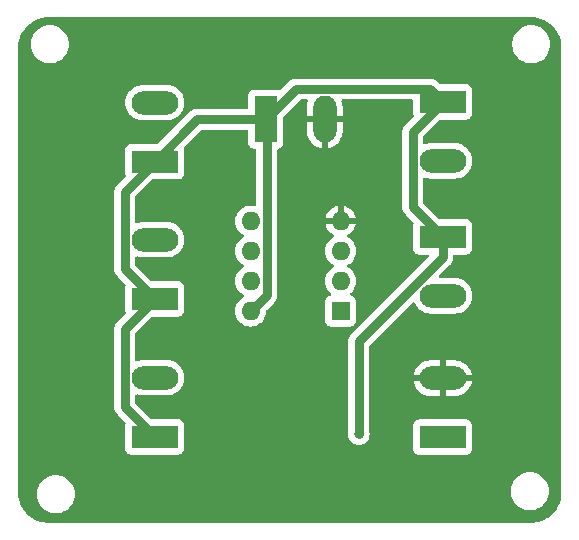
<source format=gbr>
%TF.GenerationSoftware,KiCad,Pcbnew,6.0.10-86aedd382b~118~ubuntu22.10.1*%
%TF.CreationDate,2023-02-01T22:33:21-08:00*%
%TF.ProjectId,lightBoard,6c696768-7442-46f6-9172-642e6b696361,rev?*%
%TF.SameCoordinates,Original*%
%TF.FileFunction,Copper,L1,Top*%
%TF.FilePolarity,Positive*%
%FSLAX46Y46*%
G04 Gerber Fmt 4.6, Leading zero omitted, Abs format (unit mm)*
G04 Created by KiCad (PCBNEW 6.0.10-86aedd382b~118~ubuntu22.10.1) date 2023-02-01 22:33:22*
%MOMM*%
%LPD*%
G01*
G04 APERTURE LIST*
%TA.AperFunction,ComponentPad*%
%ADD10R,1.600000X1.600000*%
%TD*%
%TA.AperFunction,ComponentPad*%
%ADD11O,1.600000X1.600000*%
%TD*%
%TA.AperFunction,ComponentPad*%
%ADD12O,3.960000X1.980000*%
%TD*%
%TA.AperFunction,ComponentPad*%
%ADD13R,3.960000X1.980000*%
%TD*%
%TA.AperFunction,ComponentPad*%
%ADD14R,1.980000X3.960000*%
%TD*%
%TA.AperFunction,ComponentPad*%
%ADD15O,1.980000X3.960000*%
%TD*%
%TA.AperFunction,ViaPad*%
%ADD16C,0.800000*%
%TD*%
%TA.AperFunction,Conductor*%
%ADD17C,0.750000*%
%TD*%
G04 APERTURE END LIST*
D10*
%TO.P,U1,1,~{RESET}/PB5*%
%TO.N,PB5*%
X134356000Y-58410000D03*
D11*
%TO.P,U1,2,XTAL1/PB3*%
%TO.N,PB3*%
X134356000Y-55870000D03*
%TO.P,U1,3,XTAL2/PB4*%
%TO.N,PB4*%
X134356000Y-53330000D03*
%TO.P,U1,4,GND*%
%TO.N,GND*%
X134356000Y-50790000D03*
%TO.P,U1,5,AREF/PB0*%
%TO.N,PB0*%
X126736000Y-50790000D03*
%TO.P,U1,6,PB1*%
%TO.N,PB1*%
X126736000Y-53330000D03*
%TO.P,U1,7,PB2*%
%TO.N,PB2*%
X126736000Y-55870000D03*
%TO.P,U1,8,VCC*%
%TO.N,+5V*%
X126736000Y-58410000D03*
%TD*%
D12*
%TO.P,J7,2,Pin_2*%
%TO.N,Net-(J7-Pad2)*%
X118618000Y-40771000D03*
D13*
%TO.P,J7,1,Pin_1*%
%TO.N,+5V*%
X118618000Y-45771000D03*
%TD*%
D12*
%TO.P,J6,2,Pin_2*%
%TO.N,Net-(J6-Pad2)*%
X118618000Y-64059000D03*
D13*
%TO.P,J6,1,Pin_1*%
%TO.N,+5V*%
X118618000Y-69059000D03*
%TD*%
D12*
%TO.P,J5,2,Pin_2*%
%TO.N,Net-(J5-Pad2)*%
X118618000Y-52375000D03*
D13*
%TO.P,J5,1,Pin_1*%
%TO.N,+5V*%
X118618000Y-57375000D03*
%TD*%
D14*
%TO.P,J4,1,Pin_1*%
%TO.N,+5V*%
X128016000Y-42164000D03*
D15*
%TO.P,J4,2,Pin_2*%
%TO.N,GND*%
X133016000Y-42164000D03*
%TD*%
D13*
%TO.P,J3,1,Pin_1*%
%TO.N,PB5*%
X143002000Y-69088000D03*
D12*
%TO.P,J3,2,Pin_2*%
%TO.N,GND*%
X143002000Y-64088000D03*
%TD*%
%TO.P,J2,2,Pin_2*%
%TO.N,Net-(J2-Pad2)*%
X143002000Y-45698000D03*
D13*
%TO.P,J2,1,Pin_1*%
%TO.N,+5V*%
X143002000Y-40698000D03*
%TD*%
D12*
%TO.P,J1,2,Pin_2*%
%TO.N,Net-(J1-Pad2)*%
X143002000Y-57128000D03*
D13*
%TO.P,J1,1,Pin_1*%
%TO.N,+5V*%
X143002000Y-52128000D03*
%TD*%
D16*
%TO.N,GND*%
X150622000Y-55372000D03*
X110744000Y-55372000D03*
X130556000Y-62230000D03*
X130556000Y-54610000D03*
X137922000Y-42164000D03*
X130556000Y-42164000D03*
X123444000Y-36830000D03*
X139192000Y-37084000D03*
%TO.N,+5V*%
X135890000Y-68834000D03*
%TD*%
D17*
%TO.N,+5V*%
X135890000Y-60980000D02*
X135890000Y-68834000D01*
X143002000Y-53868000D02*
X135890000Y-60980000D01*
X143002000Y-52128000D02*
X143002000Y-53868000D01*
X118618000Y-57375000D02*
X116063000Y-59930000D01*
X116063000Y-59930000D02*
X116063000Y-66504000D01*
X116063000Y-66504000D02*
X118618000Y-69059000D01*
X118618000Y-45771000D02*
X116063000Y-48326000D01*
X116063000Y-48326000D02*
X116063000Y-54820000D01*
X116063000Y-54820000D02*
X118618000Y-57375000D01*
X143002000Y-40698000D02*
X140447000Y-43253000D01*
X140447000Y-43253000D02*
X140447000Y-49573000D01*
X140447000Y-49573000D02*
X143002000Y-52128000D01*
X128016000Y-42164000D02*
X130571000Y-39609000D01*
X130571000Y-39609000D02*
X141913000Y-39609000D01*
X141913000Y-39609000D02*
X143002000Y-40698000D01*
X128016000Y-42164000D02*
X122225000Y-42164000D01*
X122225000Y-42164000D02*
X118618000Y-45771000D01*
X128016000Y-42164000D02*
X128111000Y-42259000D01*
X128111000Y-42259000D02*
X128111000Y-57035000D01*
X128111000Y-57035000D02*
X126736000Y-58410000D01*
%TD*%
%TA.AperFunction,Conductor*%
%TO.N,GND*%
G36*
X150449316Y-33534534D02*
G01*
X150468659Y-33536034D01*
X150476143Y-33537199D01*
X150483585Y-33538358D01*
X150483587Y-33538358D01*
X150492456Y-33539739D01*
X150510452Y-33537386D01*
X150533848Y-33536520D01*
X150646781Y-33542864D01*
X150776003Y-33550123D01*
X150790036Y-33551704D01*
X151056854Y-33597042D01*
X151070606Y-33600182D01*
X151242215Y-33649624D01*
X151330660Y-33675106D01*
X151343997Y-33679773D01*
X151594023Y-33783341D01*
X151606753Y-33789472D01*
X151644695Y-33810442D01*
X151821733Y-33908290D01*
X151843609Y-33920381D01*
X151855557Y-33927888D01*
X152076292Y-34084513D01*
X152087315Y-34093304D01*
X152210659Y-34203534D01*
X152289116Y-34273650D01*
X152299107Y-34283642D01*
X152479428Y-34485427D01*
X152488238Y-34496474D01*
X152611283Y-34669894D01*
X152644842Y-34717193D01*
X152652359Y-34729157D01*
X152783260Y-34966012D01*
X152789391Y-34978743D01*
X152892953Y-35228775D01*
X152897619Y-35242112D01*
X152971010Y-35496871D01*
X152972532Y-35502156D01*
X152975675Y-35515928D01*
X153021005Y-35782742D01*
X153022585Y-35796768D01*
X153035502Y-36026842D01*
X153035794Y-36032045D01*
X153034492Y-36058488D01*
X153033048Y-36067764D01*
X153034212Y-36076665D01*
X153037176Y-36099336D01*
X153038239Y-36115671D01*
X153038239Y-73741367D01*
X153036738Y-73760755D01*
X153034429Y-73775579D01*
X153034429Y-73775588D01*
X153033048Y-73784456D01*
X153035401Y-73802452D01*
X153036267Y-73825848D01*
X153031682Y-73907469D01*
X153022664Y-74068009D01*
X153021083Y-74082039D01*
X152975743Y-74348871D01*
X152972607Y-74362608D01*
X152897683Y-74622668D01*
X152893017Y-74636004D01*
X152789446Y-74886043D01*
X152783315Y-74898773D01*
X152652409Y-75135627D01*
X152644892Y-75147591D01*
X152488277Y-75368319D01*
X152479479Y-75379350D01*
X152365892Y-75506454D01*
X152299140Y-75581149D01*
X152289150Y-75591139D01*
X152087350Y-75771479D01*
X152076319Y-75780277D01*
X151879630Y-75919835D01*
X151855591Y-75936892D01*
X151843627Y-75944409D01*
X151606773Y-76075315D01*
X151594043Y-76081446D01*
X151344004Y-76185017D01*
X151330671Y-76189682D01*
X151070608Y-76264607D01*
X151056871Y-76267743D01*
X150790039Y-76313083D01*
X150776008Y-76314664D01*
X150541139Y-76327857D01*
X150514691Y-76326555D01*
X150513885Y-76326430D01*
X150513884Y-76326430D01*
X150505008Y-76325048D01*
X150475355Y-76328926D01*
X150473451Y-76329175D01*
X150457112Y-76330239D01*
X109646633Y-76330239D01*
X109627245Y-76328738D01*
X109612421Y-76326429D01*
X109612412Y-76326429D01*
X109603544Y-76325048D01*
X109585548Y-76327401D01*
X109562152Y-76328267D01*
X109442174Y-76321528D01*
X109319991Y-76314664D01*
X109305961Y-76313083D01*
X109039129Y-76267743D01*
X109025392Y-76264607D01*
X108765329Y-76189682D01*
X108751996Y-76185017D01*
X108501957Y-76081446D01*
X108489227Y-76075315D01*
X108252373Y-75944409D01*
X108240409Y-75936892D01*
X108216370Y-75919835D01*
X108019681Y-75780277D01*
X108008650Y-75771479D01*
X107806850Y-75591139D01*
X107796860Y-75581149D01*
X107730108Y-75506454D01*
X107616521Y-75379350D01*
X107607723Y-75368319D01*
X107451108Y-75147591D01*
X107443591Y-75135627D01*
X107312685Y-74898773D01*
X107306554Y-74886043D01*
X107202983Y-74636004D01*
X107198317Y-74622668D01*
X107123393Y-74362608D01*
X107120257Y-74348871D01*
X107074917Y-74082039D01*
X107073336Y-74068008D01*
X107064685Y-73914000D01*
X108622526Y-73914000D01*
X108642391Y-74166403D01*
X108701495Y-74412591D01*
X108703388Y-74417162D01*
X108703389Y-74417164D01*
X108794036Y-74636004D01*
X108798384Y-74646502D01*
X108930672Y-74862376D01*
X109095102Y-75054898D01*
X109287624Y-75219328D01*
X109503498Y-75351616D01*
X109508068Y-75353509D01*
X109508072Y-75353511D01*
X109732836Y-75446611D01*
X109737409Y-75448505D01*
X109822032Y-75468821D01*
X109978784Y-75506454D01*
X109978790Y-75506455D01*
X109983597Y-75507609D01*
X110083416Y-75515465D01*
X110170345Y-75522307D01*
X110170352Y-75522307D01*
X110172801Y-75522500D01*
X110299199Y-75522500D01*
X110301648Y-75522307D01*
X110301655Y-75522307D01*
X110388584Y-75515465D01*
X110488403Y-75507609D01*
X110493210Y-75506455D01*
X110493216Y-75506454D01*
X110649968Y-75468821D01*
X110734591Y-75448505D01*
X110739164Y-75446611D01*
X110963928Y-75353511D01*
X110963932Y-75353509D01*
X110968502Y-75351616D01*
X111184376Y-75219328D01*
X111376898Y-75054898D01*
X111541328Y-74862376D01*
X111673616Y-74646502D01*
X111677965Y-74636004D01*
X111768611Y-74417164D01*
X111768612Y-74417162D01*
X111770505Y-74412591D01*
X111829609Y-74166403D01*
X111849474Y-73914000D01*
X111829609Y-73661597D01*
X111829226Y-73660000D01*
X148754526Y-73660000D01*
X148774391Y-73912403D01*
X148775545Y-73917210D01*
X148775546Y-73917216D01*
X148811748Y-74068008D01*
X148833495Y-74158591D01*
X148930384Y-74392502D01*
X149062672Y-74608376D01*
X149227102Y-74800898D01*
X149419624Y-74965328D01*
X149635498Y-75097616D01*
X149640068Y-75099509D01*
X149640072Y-75099511D01*
X149864836Y-75192611D01*
X149869409Y-75194505D01*
X149954032Y-75214821D01*
X150110784Y-75252454D01*
X150110790Y-75252455D01*
X150115597Y-75253609D01*
X150215416Y-75261465D01*
X150302345Y-75268307D01*
X150302352Y-75268307D01*
X150304801Y-75268500D01*
X150431199Y-75268500D01*
X150433648Y-75268307D01*
X150433655Y-75268307D01*
X150520584Y-75261465D01*
X150620403Y-75253609D01*
X150625210Y-75252455D01*
X150625216Y-75252454D01*
X150781968Y-75214821D01*
X150866591Y-75194505D01*
X150871164Y-75192611D01*
X151095928Y-75099511D01*
X151095932Y-75099509D01*
X151100502Y-75097616D01*
X151316376Y-74965328D01*
X151508898Y-74800898D01*
X151673328Y-74608376D01*
X151805616Y-74392502D01*
X151902505Y-74158591D01*
X151924252Y-74068008D01*
X151960454Y-73917216D01*
X151960455Y-73917210D01*
X151961609Y-73912403D01*
X151981474Y-73660000D01*
X151961609Y-73407597D01*
X151902505Y-73161409D01*
X151823154Y-72969838D01*
X151807511Y-72932072D01*
X151807509Y-72932068D01*
X151805616Y-72927498D01*
X151673328Y-72711624D01*
X151508898Y-72519102D01*
X151316376Y-72354672D01*
X151100502Y-72222384D01*
X151095932Y-72220491D01*
X151095928Y-72220489D01*
X150871164Y-72127389D01*
X150871162Y-72127388D01*
X150866591Y-72125495D01*
X150781968Y-72105179D01*
X150625216Y-72067546D01*
X150625210Y-72067545D01*
X150620403Y-72066391D01*
X150520584Y-72058535D01*
X150433655Y-72051693D01*
X150433648Y-72051693D01*
X150431199Y-72051500D01*
X150304801Y-72051500D01*
X150302352Y-72051693D01*
X150302345Y-72051693D01*
X150215416Y-72058535D01*
X150115597Y-72066391D01*
X150110790Y-72067545D01*
X150110784Y-72067546D01*
X149954032Y-72105179D01*
X149869409Y-72125495D01*
X149864838Y-72127388D01*
X149864836Y-72127389D01*
X149640072Y-72220489D01*
X149640068Y-72220491D01*
X149635498Y-72222384D01*
X149419624Y-72354672D01*
X149227102Y-72519102D01*
X149062672Y-72711624D01*
X148930384Y-72927498D01*
X148928491Y-72932068D01*
X148928489Y-72932072D01*
X148912846Y-72969838D01*
X148833495Y-73161409D01*
X148774391Y-73407597D01*
X148754526Y-73660000D01*
X111829226Y-73660000D01*
X111828043Y-73655070D01*
X111771660Y-73420221D01*
X111770505Y-73415409D01*
X111673616Y-73181498D01*
X111541328Y-72965624D01*
X111376898Y-72773102D01*
X111184376Y-72608672D01*
X110968502Y-72476384D01*
X110963932Y-72474491D01*
X110963928Y-72474489D01*
X110739164Y-72381389D01*
X110739162Y-72381388D01*
X110734591Y-72379495D01*
X110620440Y-72352090D01*
X110493216Y-72321546D01*
X110493210Y-72321545D01*
X110488403Y-72320391D01*
X110388584Y-72312535D01*
X110301655Y-72305693D01*
X110301648Y-72305693D01*
X110299199Y-72305500D01*
X110172801Y-72305500D01*
X110170352Y-72305693D01*
X110170345Y-72305693D01*
X110083416Y-72312535D01*
X109983597Y-72320391D01*
X109978790Y-72321545D01*
X109978784Y-72321546D01*
X109851560Y-72352090D01*
X109737409Y-72379495D01*
X109732838Y-72381388D01*
X109732836Y-72381389D01*
X109508072Y-72474489D01*
X109508068Y-72474491D01*
X109503498Y-72476384D01*
X109287624Y-72608672D01*
X109095102Y-72773102D01*
X108930672Y-72965624D01*
X108798384Y-73181498D01*
X108701495Y-73415409D01*
X108700340Y-73420221D01*
X108643958Y-73655070D01*
X108642391Y-73661597D01*
X108622526Y-73914000D01*
X107064685Y-73914000D01*
X107060143Y-73833139D01*
X107061445Y-73806691D01*
X107061570Y-73805885D01*
X107061570Y-73805884D01*
X107062952Y-73797008D01*
X107058825Y-73765451D01*
X107057761Y-73749112D01*
X107057761Y-66457507D01*
X115175850Y-66457507D01*
X115176195Y-66464094D01*
X115176195Y-66464098D01*
X115179327Y-66523850D01*
X115179500Y-66530445D01*
X115179500Y-66550306D01*
X115179844Y-66553577D01*
X115181576Y-66570059D01*
X115182093Y-66576628D01*
X115185570Y-66642971D01*
X115189042Y-66655929D01*
X115192645Y-66675372D01*
X115194046Y-66688702D01*
X115214578Y-66751894D01*
X115216444Y-66758196D01*
X115233638Y-66822363D01*
X115236634Y-66828242D01*
X115236637Y-66828251D01*
X115239728Y-66834317D01*
X115247292Y-66852579D01*
X115249392Y-66859043D01*
X115249395Y-66859051D01*
X115251436Y-66865331D01*
X115254738Y-66871050D01*
X115254740Y-66871055D01*
X115284654Y-66922867D01*
X115287787Y-66928637D01*
X115317953Y-66987839D01*
X115322109Y-66992971D01*
X115326391Y-66998259D01*
X115337589Y-67014552D01*
X115344296Y-67026169D01*
X115348713Y-67031075D01*
X115348717Y-67031080D01*
X115388747Y-67075538D01*
X115393031Y-67080554D01*
X115403441Y-67093409D01*
X115405528Y-67095986D01*
X115419573Y-67110031D01*
X115424114Y-67114816D01*
X115468566Y-67164185D01*
X115479426Y-67172075D01*
X115494454Y-67184912D01*
X116114875Y-67805333D01*
X116148901Y-67867645D01*
X116143763Y-67938655D01*
X116139029Y-67951283D01*
X116139029Y-67951285D01*
X116136255Y-67958684D01*
X116129500Y-68020866D01*
X116129500Y-70097134D01*
X116136255Y-70159316D01*
X116187385Y-70295705D01*
X116274739Y-70412261D01*
X116391295Y-70499615D01*
X116527684Y-70550745D01*
X116589866Y-70557500D01*
X120646134Y-70557500D01*
X120708316Y-70550745D01*
X120844705Y-70499615D01*
X120961261Y-70412261D01*
X121048615Y-70295705D01*
X121099745Y-70159316D01*
X121103350Y-70126134D01*
X140513500Y-70126134D01*
X140520255Y-70188316D01*
X140571385Y-70324705D01*
X140658739Y-70441261D01*
X140775295Y-70528615D01*
X140911684Y-70579745D01*
X140973866Y-70586500D01*
X145030134Y-70586500D01*
X145092316Y-70579745D01*
X145228705Y-70528615D01*
X145345261Y-70441261D01*
X145432615Y-70324705D01*
X145483745Y-70188316D01*
X145490500Y-70126134D01*
X145490500Y-68049866D01*
X145483745Y-67987684D01*
X145432615Y-67851295D01*
X145345261Y-67734739D01*
X145228705Y-67647385D01*
X145092316Y-67596255D01*
X145030134Y-67589500D01*
X140973866Y-67589500D01*
X140911684Y-67596255D01*
X140775295Y-67647385D01*
X140658739Y-67734739D01*
X140571385Y-67851295D01*
X140520255Y-67987684D01*
X140513500Y-68049866D01*
X140513500Y-70126134D01*
X121103350Y-70126134D01*
X121106500Y-70097134D01*
X121106500Y-68020866D01*
X121099745Y-67958684D01*
X121048615Y-67822295D01*
X120961261Y-67705739D01*
X120844705Y-67618385D01*
X120708316Y-67567255D01*
X120646134Y-67560500D01*
X118421147Y-67560500D01*
X118353026Y-67540498D01*
X118332052Y-67523595D01*
X116983405Y-66174947D01*
X116949379Y-66112635D01*
X116946500Y-66085852D01*
X116946500Y-65590604D01*
X116966502Y-65522483D01*
X117020158Y-65475990D01*
X117090432Y-65465886D01*
X117108699Y-65470506D01*
X117108797Y-65470152D01*
X117297499Y-65522483D01*
X117346247Y-65536002D01*
X117452864Y-65547396D01*
X117544071Y-65557144D01*
X117544079Y-65557144D01*
X117547406Y-65557500D01*
X119670469Y-65557500D01*
X119673042Y-65557288D01*
X119673053Y-65557288D01*
X119848432Y-65542869D01*
X119848438Y-65542868D01*
X119853583Y-65542445D01*
X120022326Y-65500060D01*
X120087559Y-65483675D01*
X120087563Y-65483674D01*
X120092570Y-65482416D01*
X120097303Y-65480358D01*
X120097306Y-65480357D01*
X120313807Y-65386220D01*
X120313810Y-65386218D01*
X120318544Y-65384160D01*
X120322878Y-65381356D01*
X120322882Y-65381354D01*
X120521092Y-65253126D01*
X120521098Y-65253121D01*
X120525436Y-65250315D01*
X120707690Y-65084477D01*
X120710889Y-65080426D01*
X120710893Y-65080422D01*
X120857205Y-64895157D01*
X120860410Y-64891099D01*
X120979497Y-64675375D01*
X120982970Y-64665570D01*
X121060024Y-64447971D01*
X121061750Y-64443097D01*
X121079461Y-64343671D01*
X121104057Y-64205593D01*
X121104057Y-64205589D01*
X121104963Y-64200505D01*
X121107973Y-63954112D01*
X121070701Y-63710536D01*
X120994147Y-63476318D01*
X120880367Y-63257748D01*
X120876142Y-63252120D01*
X120735521Y-63064832D01*
X120735519Y-63064830D01*
X120732416Y-63060697D01*
X120588761Y-62923416D01*
X120558006Y-62894026D01*
X120558005Y-62894025D01*
X120554269Y-62890455D01*
X120549996Y-62887540D01*
X120354989Y-62754515D01*
X120354984Y-62754512D01*
X120350709Y-62751596D01*
X120346020Y-62749420D01*
X120346014Y-62749416D01*
X120131894Y-62650025D01*
X120131889Y-62650023D01*
X120127203Y-62647848D01*
X120122225Y-62646468D01*
X120122221Y-62646466D01*
X119894726Y-62583377D01*
X119894725Y-62583377D01*
X119889753Y-62581998D01*
X119783136Y-62570604D01*
X119691929Y-62560856D01*
X119691921Y-62560856D01*
X119688594Y-62560500D01*
X117565531Y-62560500D01*
X117562958Y-62560712D01*
X117562947Y-62560712D01*
X117387568Y-62575131D01*
X117387562Y-62575132D01*
X117382417Y-62575555D01*
X117266680Y-62604626D01*
X117148441Y-62634325D01*
X117148437Y-62634326D01*
X117143430Y-62635584D01*
X117138697Y-62637642D01*
X117138688Y-62637645D01*
X117122741Y-62644579D01*
X117052294Y-62653398D01*
X116988262Y-62622731D01*
X116950976Y-62562314D01*
X116946500Y-62529029D01*
X116946500Y-60348148D01*
X116966502Y-60280027D01*
X116983405Y-60259053D01*
X118332052Y-58910405D01*
X118394364Y-58876380D01*
X118421147Y-58873500D01*
X120646134Y-58873500D01*
X120708316Y-58866745D01*
X120844705Y-58815615D01*
X120961261Y-58728261D01*
X121048615Y-58611705D01*
X121099745Y-58475316D01*
X121106500Y-58413134D01*
X121106500Y-56336866D01*
X121099745Y-56274684D01*
X121048615Y-56138295D01*
X120961261Y-56021739D01*
X120844705Y-55934385D01*
X120708316Y-55883255D01*
X120646134Y-55876500D01*
X118421147Y-55876500D01*
X118353026Y-55856498D01*
X118332052Y-55839595D01*
X116983405Y-54490947D01*
X116949379Y-54428635D01*
X116946500Y-54401852D01*
X116946500Y-53906604D01*
X116966502Y-53838483D01*
X117020158Y-53791990D01*
X117090432Y-53781886D01*
X117108699Y-53786506D01*
X117108797Y-53786152D01*
X117297499Y-53838483D01*
X117346247Y-53852002D01*
X117452864Y-53863396D01*
X117544071Y-53873144D01*
X117544079Y-53873144D01*
X117547406Y-53873500D01*
X119670469Y-53873500D01*
X119673042Y-53873288D01*
X119673053Y-53873288D01*
X119848432Y-53858869D01*
X119848438Y-53858868D01*
X119853583Y-53858445D01*
X119974400Y-53828098D01*
X120087559Y-53799675D01*
X120087563Y-53799674D01*
X120092570Y-53798416D01*
X120097303Y-53796358D01*
X120097306Y-53796357D01*
X120313807Y-53702220D01*
X120313810Y-53702218D01*
X120318544Y-53700160D01*
X120322878Y-53697356D01*
X120322882Y-53697354D01*
X120521092Y-53569126D01*
X120521098Y-53569121D01*
X120525436Y-53566315D01*
X120534479Y-53558087D01*
X120626800Y-53474081D01*
X120707690Y-53400477D01*
X120710889Y-53396426D01*
X120710893Y-53396422D01*
X120819139Y-53259357D01*
X120860410Y-53207099D01*
X120979497Y-52991375D01*
X121061750Y-52759097D01*
X121067145Y-52728813D01*
X121104057Y-52521593D01*
X121104057Y-52521589D01*
X121104963Y-52516505D01*
X121107973Y-52270112D01*
X121070701Y-52026536D01*
X120994147Y-51792318D01*
X120913750Y-51637875D01*
X120882756Y-51578337D01*
X120882755Y-51578336D01*
X120880367Y-51573748D01*
X120781269Y-51441762D01*
X120735521Y-51380832D01*
X120735519Y-51380830D01*
X120732416Y-51376697D01*
X120593613Y-51244053D01*
X120558006Y-51210026D01*
X120558005Y-51210025D01*
X120554269Y-51206455D01*
X120549996Y-51203540D01*
X120354989Y-51070515D01*
X120354984Y-51070512D01*
X120350709Y-51067596D01*
X120346020Y-51065420D01*
X120346014Y-51065416D01*
X120131894Y-50966025D01*
X120131889Y-50966023D01*
X120127203Y-50963848D01*
X120122225Y-50962468D01*
X120122221Y-50962466D01*
X119894726Y-50899377D01*
X119894725Y-50899377D01*
X119889753Y-50897998D01*
X119783136Y-50886604D01*
X119691929Y-50876856D01*
X119691921Y-50876856D01*
X119688594Y-50876500D01*
X117565531Y-50876500D01*
X117562958Y-50876712D01*
X117562947Y-50876712D01*
X117387568Y-50891131D01*
X117387562Y-50891132D01*
X117382417Y-50891555D01*
X117262923Y-50921570D01*
X117148441Y-50950325D01*
X117148437Y-50950326D01*
X117143430Y-50951584D01*
X117138697Y-50953642D01*
X117138688Y-50953645D01*
X117122741Y-50960579D01*
X117052294Y-50969398D01*
X116988262Y-50938731D01*
X116950976Y-50878314D01*
X116946500Y-50845029D01*
X116946500Y-48744148D01*
X116966502Y-48676027D01*
X116983405Y-48655053D01*
X118332052Y-47306405D01*
X118394364Y-47272380D01*
X118421147Y-47269500D01*
X120646134Y-47269500D01*
X120708316Y-47262745D01*
X120844705Y-47211615D01*
X120961261Y-47124261D01*
X121048615Y-47007705D01*
X121099745Y-46871316D01*
X121106500Y-46809134D01*
X121106500Y-44732866D01*
X121099745Y-44670684D01*
X121096971Y-44663285D01*
X121096971Y-44663283D01*
X121092237Y-44650655D01*
X121087055Y-44579848D01*
X121121125Y-44517333D01*
X122554053Y-43084405D01*
X122616365Y-43050379D01*
X122643148Y-43047500D01*
X126391500Y-43047500D01*
X126459621Y-43067502D01*
X126506114Y-43121158D01*
X126517500Y-43173500D01*
X126517500Y-44192134D01*
X126524255Y-44254316D01*
X126575385Y-44390705D01*
X126662739Y-44507261D01*
X126779295Y-44594615D01*
X126915684Y-44645745D01*
X126977866Y-44652500D01*
X127101500Y-44652500D01*
X127169621Y-44672502D01*
X127216114Y-44726158D01*
X127227500Y-44778500D01*
X127227500Y-49402832D01*
X127207498Y-49470953D01*
X127153842Y-49517446D01*
X127083568Y-49527550D01*
X127068895Y-49524540D01*
X126964087Y-49496457D01*
X126736000Y-49476502D01*
X126507913Y-49496457D01*
X126502600Y-49497881D01*
X126502598Y-49497881D01*
X126292067Y-49554293D01*
X126292065Y-49554294D01*
X126286757Y-49555716D01*
X126281776Y-49558039D01*
X126281775Y-49558039D01*
X126084238Y-49650151D01*
X126084233Y-49650154D01*
X126079251Y-49652477D01*
X125975788Y-49724923D01*
X125896211Y-49780643D01*
X125896208Y-49780645D01*
X125891700Y-49783802D01*
X125729802Y-49945700D01*
X125598477Y-50133251D01*
X125596154Y-50138233D01*
X125596151Y-50138238D01*
X125548200Y-50241071D01*
X125501716Y-50340757D01*
X125500294Y-50346065D01*
X125500293Y-50346067D01*
X125452756Y-50523478D01*
X125442457Y-50561913D01*
X125422502Y-50790000D01*
X125442457Y-51018087D01*
X125443881Y-51023400D01*
X125443881Y-51023402D01*
X125447134Y-51035540D01*
X125501716Y-51239243D01*
X125504039Y-51244224D01*
X125504039Y-51244225D01*
X125596151Y-51441762D01*
X125596154Y-51441767D01*
X125598477Y-51446749D01*
X125729802Y-51634300D01*
X125891700Y-51796198D01*
X125896208Y-51799355D01*
X125896211Y-51799357D01*
X125974389Y-51854098D01*
X126079251Y-51927523D01*
X126084233Y-51929846D01*
X126084238Y-51929849D01*
X126118457Y-51945805D01*
X126171742Y-51992722D01*
X126191203Y-52060999D01*
X126170661Y-52128959D01*
X126118457Y-52174195D01*
X126084238Y-52190151D01*
X126084233Y-52190154D01*
X126079251Y-52192477D01*
X125975681Y-52264998D01*
X125896211Y-52320643D01*
X125896208Y-52320645D01*
X125891700Y-52323802D01*
X125729802Y-52485700D01*
X125598477Y-52673251D01*
X125596154Y-52678233D01*
X125596151Y-52678238D01*
X125504039Y-52875775D01*
X125501716Y-52880757D01*
X125442457Y-53101913D01*
X125422502Y-53330000D01*
X125442457Y-53558087D01*
X125443881Y-53563400D01*
X125443881Y-53563402D01*
X125481078Y-53702220D01*
X125501716Y-53779243D01*
X125504039Y-53784224D01*
X125504039Y-53784225D01*
X125596151Y-53981762D01*
X125596154Y-53981767D01*
X125598477Y-53986749D01*
X125612637Y-54006971D01*
X125688892Y-54115874D01*
X125729802Y-54174300D01*
X125891700Y-54336198D01*
X125896208Y-54339355D01*
X125896211Y-54339357D01*
X125968778Y-54390169D01*
X126079251Y-54467523D01*
X126084233Y-54469846D01*
X126084238Y-54469849D01*
X126118457Y-54485805D01*
X126171742Y-54532722D01*
X126191203Y-54600999D01*
X126170661Y-54668959D01*
X126118457Y-54714195D01*
X126084238Y-54730151D01*
X126084233Y-54730154D01*
X126079251Y-54732477D01*
X125974389Y-54805902D01*
X125896211Y-54860643D01*
X125896208Y-54860645D01*
X125891700Y-54863802D01*
X125729802Y-55025700D01*
X125726645Y-55030208D01*
X125726643Y-55030211D01*
X125671902Y-55108389D01*
X125598477Y-55213251D01*
X125596154Y-55218233D01*
X125596151Y-55218238D01*
X125505806Y-55411986D01*
X125501716Y-55420757D01*
X125500294Y-55426065D01*
X125500293Y-55426067D01*
X125445783Y-55629500D01*
X125442457Y-55641913D01*
X125422502Y-55870000D01*
X125442457Y-56098087D01*
X125443881Y-56103400D01*
X125443881Y-56103402D01*
X125484410Y-56254655D01*
X125501716Y-56319243D01*
X125504039Y-56324224D01*
X125504039Y-56324225D01*
X125596151Y-56521762D01*
X125596154Y-56521767D01*
X125598477Y-56526749D01*
X125729802Y-56714300D01*
X125891700Y-56876198D01*
X125896208Y-56879355D01*
X125896211Y-56879357D01*
X125910711Y-56889510D01*
X126079251Y-57007523D01*
X126084233Y-57009846D01*
X126084238Y-57009849D01*
X126118457Y-57025805D01*
X126171742Y-57072722D01*
X126191203Y-57140999D01*
X126170661Y-57208959D01*
X126118457Y-57254195D01*
X126084238Y-57270151D01*
X126084233Y-57270154D01*
X126079251Y-57272477D01*
X126055374Y-57289196D01*
X125896211Y-57400643D01*
X125896208Y-57400645D01*
X125891700Y-57403802D01*
X125729802Y-57565700D01*
X125726645Y-57570208D01*
X125726643Y-57570211D01*
X125675427Y-57643356D01*
X125598477Y-57753251D01*
X125596154Y-57758233D01*
X125596151Y-57758238D01*
X125518547Y-57924663D01*
X125501716Y-57960757D01*
X125500294Y-57966065D01*
X125500293Y-57966067D01*
X125443881Y-58176598D01*
X125442457Y-58181913D01*
X125422502Y-58410000D01*
X125442457Y-58638087D01*
X125443881Y-58643400D01*
X125443881Y-58643402D01*
X125488583Y-58810229D01*
X125501716Y-58859243D01*
X125504039Y-58864224D01*
X125504039Y-58864225D01*
X125596151Y-59061762D01*
X125596154Y-59061767D01*
X125598477Y-59066749D01*
X125601634Y-59071257D01*
X125726153Y-59249088D01*
X125729802Y-59254300D01*
X125891700Y-59416198D01*
X125896208Y-59419355D01*
X125896211Y-59419357D01*
X125919610Y-59435741D01*
X126079251Y-59547523D01*
X126084233Y-59549846D01*
X126084238Y-59549849D01*
X126281775Y-59641961D01*
X126286757Y-59644284D01*
X126292065Y-59645706D01*
X126292067Y-59645707D01*
X126502598Y-59702119D01*
X126502600Y-59702119D01*
X126507913Y-59703543D01*
X126736000Y-59723498D01*
X126964087Y-59703543D01*
X126969400Y-59702119D01*
X126969402Y-59702119D01*
X127179933Y-59645707D01*
X127179935Y-59645706D01*
X127185243Y-59644284D01*
X127190225Y-59641961D01*
X127387762Y-59549849D01*
X127387767Y-59549846D01*
X127392749Y-59547523D01*
X127552390Y-59435741D01*
X127575789Y-59419357D01*
X127575792Y-59419355D01*
X127580300Y-59416198D01*
X127742198Y-59254300D01*
X127745848Y-59249088D01*
X127870366Y-59071257D01*
X127873523Y-59066749D01*
X127875846Y-59061767D01*
X127875849Y-59061762D01*
X127967961Y-58864225D01*
X127967961Y-58864224D01*
X127970284Y-58859243D01*
X127983418Y-58810229D01*
X128028119Y-58643402D01*
X128028119Y-58643400D01*
X128029543Y-58638087D01*
X128049498Y-58410000D01*
X128049019Y-58404525D01*
X128049019Y-58399018D01*
X128051586Y-58399018D01*
X128063494Y-58339965D01*
X128085892Y-58309566D01*
X128679545Y-57715912D01*
X128694581Y-57703070D01*
X128694654Y-57703017D01*
X128705434Y-57695185D01*
X128736692Y-57660470D01*
X128749895Y-57645806D01*
X128754436Y-57641021D01*
X128768472Y-57626985D01*
X128780969Y-57611553D01*
X128785253Y-57606538D01*
X128825283Y-57562080D01*
X128825287Y-57562075D01*
X128829704Y-57557169D01*
X128836412Y-57545551D01*
X128847607Y-57529263D01*
X128851890Y-57523974D01*
X128851891Y-57523973D01*
X128856048Y-57518839D01*
X128886214Y-57459634D01*
X128889337Y-57453881D01*
X128922564Y-57396331D01*
X128924606Y-57390047D01*
X128924608Y-57390042D01*
X128926708Y-57383579D01*
X128934272Y-57365317D01*
X128937363Y-57359251D01*
X128937366Y-57359242D01*
X128940362Y-57353363D01*
X128957556Y-57289196D01*
X128959422Y-57282894D01*
X128979954Y-57219702D01*
X128981355Y-57206372D01*
X128984958Y-57186929D01*
X128988430Y-57173971D01*
X128988913Y-57164771D01*
X128991729Y-57111029D01*
X128991907Y-57107628D01*
X128992424Y-57101059D01*
X128994156Y-57084577D01*
X128994500Y-57081306D01*
X128994500Y-57061445D01*
X128994673Y-57054850D01*
X128997805Y-56995098D01*
X128997805Y-56995094D01*
X128998150Y-56988507D01*
X128996051Y-56975253D01*
X128994500Y-56955544D01*
X128994500Y-55870000D01*
X133042502Y-55870000D01*
X133062457Y-56098087D01*
X133063881Y-56103400D01*
X133063881Y-56103402D01*
X133104410Y-56254655D01*
X133121716Y-56319243D01*
X133124039Y-56324224D01*
X133124039Y-56324225D01*
X133216151Y-56521762D01*
X133216154Y-56521767D01*
X133218477Y-56526749D01*
X133349802Y-56714300D01*
X133511700Y-56876198D01*
X133516211Y-56879357D01*
X133520424Y-56882892D01*
X133519473Y-56884026D01*
X133559471Y-56934071D01*
X133566776Y-57004690D01*
X133534742Y-57068049D01*
X133473538Y-57104030D01*
X133456483Y-57107082D01*
X133445684Y-57108255D01*
X133309295Y-57159385D01*
X133192739Y-57246739D01*
X133105385Y-57363295D01*
X133054255Y-57499684D01*
X133047500Y-57561866D01*
X133047500Y-59258134D01*
X133054255Y-59320316D01*
X133105385Y-59456705D01*
X133192739Y-59573261D01*
X133309295Y-59660615D01*
X133445684Y-59711745D01*
X133507866Y-59718500D01*
X135204134Y-59718500D01*
X135266316Y-59711745D01*
X135402705Y-59660615D01*
X135519261Y-59573261D01*
X135606615Y-59456705D01*
X135657745Y-59320316D01*
X135664500Y-59258134D01*
X135664500Y-57561866D01*
X135657745Y-57499684D01*
X135606615Y-57363295D01*
X135519261Y-57246739D01*
X135402705Y-57159385D01*
X135266316Y-57108255D01*
X135255526Y-57107083D01*
X135253394Y-57106197D01*
X135250778Y-57105575D01*
X135250879Y-57105152D01*
X135189965Y-57079845D01*
X135149537Y-57021483D01*
X135147078Y-56950529D01*
X135183371Y-56889510D01*
X135192031Y-56882511D01*
X135195793Y-56879354D01*
X135200300Y-56876198D01*
X135362198Y-56714300D01*
X135493523Y-56526749D01*
X135495846Y-56521767D01*
X135495849Y-56521762D01*
X135587961Y-56324225D01*
X135587961Y-56324224D01*
X135590284Y-56319243D01*
X135607591Y-56254655D01*
X135648119Y-56103402D01*
X135648119Y-56103400D01*
X135649543Y-56098087D01*
X135669498Y-55870000D01*
X135649543Y-55641913D01*
X135646217Y-55629500D01*
X135591707Y-55426067D01*
X135591706Y-55426065D01*
X135590284Y-55420757D01*
X135586194Y-55411986D01*
X135495849Y-55218238D01*
X135495846Y-55218233D01*
X135493523Y-55213251D01*
X135420098Y-55108389D01*
X135365357Y-55030211D01*
X135365355Y-55030208D01*
X135362198Y-55025700D01*
X135200300Y-54863802D01*
X135195792Y-54860645D01*
X135195789Y-54860643D01*
X135117611Y-54805902D01*
X135012749Y-54732477D01*
X135007767Y-54730154D01*
X135007762Y-54730151D01*
X134973543Y-54714195D01*
X134920258Y-54667278D01*
X134900797Y-54599001D01*
X134921339Y-54531041D01*
X134973543Y-54485805D01*
X135007762Y-54469849D01*
X135007767Y-54469846D01*
X135012749Y-54467523D01*
X135123222Y-54390169D01*
X135195789Y-54339357D01*
X135195792Y-54339355D01*
X135200300Y-54336198D01*
X135362198Y-54174300D01*
X135403109Y-54115874D01*
X135479363Y-54006971D01*
X135493523Y-53986749D01*
X135495846Y-53981767D01*
X135495849Y-53981762D01*
X135587961Y-53784225D01*
X135587961Y-53784224D01*
X135590284Y-53779243D01*
X135610923Y-53702220D01*
X135648119Y-53563402D01*
X135648119Y-53563400D01*
X135649543Y-53558087D01*
X135669498Y-53330000D01*
X135649543Y-53101913D01*
X135590284Y-52880757D01*
X135587961Y-52875775D01*
X135495849Y-52678238D01*
X135495846Y-52678233D01*
X135493523Y-52673251D01*
X135362198Y-52485700D01*
X135200300Y-52323802D01*
X135195792Y-52320645D01*
X135195789Y-52320643D01*
X135116319Y-52264998D01*
X135012749Y-52192477D01*
X135007767Y-52190154D01*
X135007762Y-52190151D01*
X134972951Y-52173919D01*
X134919666Y-52127002D01*
X134900205Y-52058725D01*
X134920747Y-51990765D01*
X134972951Y-51945529D01*
X135007511Y-51929414D01*
X135017007Y-51923931D01*
X135195467Y-51798972D01*
X135203875Y-51791916D01*
X135357916Y-51637875D01*
X135364972Y-51629467D01*
X135489931Y-51451007D01*
X135495414Y-51441511D01*
X135587490Y-51244053D01*
X135591236Y-51233761D01*
X135637394Y-51061497D01*
X135637058Y-51047401D01*
X135629116Y-51044000D01*
X133088033Y-51044000D01*
X133074502Y-51047973D01*
X133073273Y-51056522D01*
X133120764Y-51233761D01*
X133124510Y-51244053D01*
X133216586Y-51441511D01*
X133222069Y-51451007D01*
X133347028Y-51629467D01*
X133354084Y-51637875D01*
X133508125Y-51791916D01*
X133516533Y-51798972D01*
X133694993Y-51923931D01*
X133704489Y-51929414D01*
X133739049Y-51945529D01*
X133792334Y-51992446D01*
X133811795Y-52060723D01*
X133791253Y-52128683D01*
X133739049Y-52173919D01*
X133704238Y-52190151D01*
X133704233Y-52190154D01*
X133699251Y-52192477D01*
X133595681Y-52264998D01*
X133516211Y-52320643D01*
X133516208Y-52320645D01*
X133511700Y-52323802D01*
X133349802Y-52485700D01*
X133218477Y-52673251D01*
X133216154Y-52678233D01*
X133216151Y-52678238D01*
X133124039Y-52875775D01*
X133121716Y-52880757D01*
X133062457Y-53101913D01*
X133042502Y-53330000D01*
X133062457Y-53558087D01*
X133063881Y-53563400D01*
X133063881Y-53563402D01*
X133101078Y-53702220D01*
X133121716Y-53779243D01*
X133124039Y-53784224D01*
X133124039Y-53784225D01*
X133216151Y-53981762D01*
X133216154Y-53981767D01*
X133218477Y-53986749D01*
X133232637Y-54006971D01*
X133308892Y-54115874D01*
X133349802Y-54174300D01*
X133511700Y-54336198D01*
X133516208Y-54339355D01*
X133516211Y-54339357D01*
X133588778Y-54390169D01*
X133699251Y-54467523D01*
X133704233Y-54469846D01*
X133704238Y-54469849D01*
X133738457Y-54485805D01*
X133791742Y-54532722D01*
X133811203Y-54600999D01*
X133790661Y-54668959D01*
X133738457Y-54714195D01*
X133704238Y-54730151D01*
X133704233Y-54730154D01*
X133699251Y-54732477D01*
X133594389Y-54805902D01*
X133516211Y-54860643D01*
X133516208Y-54860645D01*
X133511700Y-54863802D01*
X133349802Y-55025700D01*
X133346645Y-55030208D01*
X133346643Y-55030211D01*
X133291902Y-55108389D01*
X133218477Y-55213251D01*
X133216154Y-55218233D01*
X133216151Y-55218238D01*
X133125806Y-55411986D01*
X133121716Y-55420757D01*
X133120294Y-55426065D01*
X133120293Y-55426067D01*
X133065783Y-55629500D01*
X133062457Y-55641913D01*
X133042502Y-55870000D01*
X128994500Y-55870000D01*
X128994500Y-50518503D01*
X133074606Y-50518503D01*
X133074942Y-50532599D01*
X133082884Y-50536000D01*
X134083885Y-50536000D01*
X134099124Y-50531525D01*
X134100329Y-50530135D01*
X134102000Y-50522452D01*
X134102000Y-50517885D01*
X134610000Y-50517885D01*
X134614475Y-50533124D01*
X134615865Y-50534329D01*
X134623548Y-50536000D01*
X135623967Y-50536000D01*
X135637498Y-50532027D01*
X135638727Y-50523478D01*
X135591236Y-50346239D01*
X135587490Y-50335947D01*
X135495414Y-50138489D01*
X135489931Y-50128993D01*
X135364972Y-49950533D01*
X135357916Y-49942125D01*
X135203875Y-49788084D01*
X135195467Y-49781028D01*
X135017007Y-49656069D01*
X135007511Y-49650586D01*
X134810053Y-49558510D01*
X134799761Y-49554764D01*
X134627497Y-49508606D01*
X134613401Y-49508942D01*
X134610000Y-49516884D01*
X134610000Y-50517885D01*
X134102000Y-50517885D01*
X134102000Y-49522033D01*
X134098027Y-49508502D01*
X134089478Y-49507273D01*
X133912239Y-49554764D01*
X133901947Y-49558510D01*
X133704489Y-49650586D01*
X133694993Y-49656069D01*
X133516533Y-49781028D01*
X133508125Y-49788084D01*
X133354084Y-49942125D01*
X133347028Y-49950533D01*
X133222069Y-50128993D01*
X133216586Y-50138489D01*
X133124510Y-50335947D01*
X133120764Y-50346239D01*
X133074606Y-50518503D01*
X128994500Y-50518503D01*
X128994500Y-44772032D01*
X129014502Y-44703911D01*
X129068158Y-44657418D01*
X129100783Y-44648448D01*
X129100778Y-44648425D01*
X129101429Y-44648270D01*
X129106889Y-44646769D01*
X129116316Y-44645745D01*
X129252705Y-44594615D01*
X129369261Y-44507261D01*
X129456615Y-44390705D01*
X129507745Y-44254316D01*
X129514500Y-44192134D01*
X129514500Y-43213857D01*
X131518000Y-43213857D01*
X131518212Y-43219030D01*
X131532626Y-43394350D01*
X131534309Y-43404512D01*
X131591800Y-43633396D01*
X131595121Y-43643151D01*
X131689218Y-43859557D01*
X131694096Y-43868655D01*
X131822273Y-44066787D01*
X131828563Y-44074956D01*
X131987387Y-44249501D01*
X131994920Y-44256526D01*
X132180120Y-44402787D01*
X132188707Y-44408492D01*
X132395297Y-44522536D01*
X132404709Y-44526766D01*
X132627156Y-44605539D01*
X132637127Y-44608173D01*
X132744163Y-44627239D01*
X132757460Y-44625779D01*
X132761591Y-44612534D01*
X133270000Y-44612534D01*
X133273918Y-44625878D01*
X133288194Y-44627865D01*
X133359236Y-44616994D01*
X133369263Y-44614605D01*
X133593570Y-44541291D01*
X133603079Y-44537294D01*
X133812395Y-44428331D01*
X133821120Y-44422837D01*
X134009835Y-44281146D01*
X134017542Y-44274303D01*
X134180584Y-44103690D01*
X134187067Y-44095684D01*
X134320057Y-43900726D01*
X134325143Y-43891774D01*
X134424506Y-43677715D01*
X134428060Y-43668055D01*
X134491130Y-43440631D01*
X134493057Y-43430527D01*
X134513644Y-43237898D01*
X134514000Y-43231206D01*
X134514000Y-42436115D01*
X134509525Y-42420876D01*
X134508135Y-42419671D01*
X134500452Y-42418000D01*
X133288115Y-42418000D01*
X133272876Y-42422475D01*
X133271671Y-42423865D01*
X133270000Y-42431548D01*
X133270000Y-44612534D01*
X132761591Y-44612534D01*
X132762000Y-44611222D01*
X132762000Y-42436115D01*
X132757525Y-42420876D01*
X132756135Y-42419671D01*
X132748452Y-42418000D01*
X131536115Y-42418000D01*
X131520876Y-42422475D01*
X131519671Y-42423865D01*
X131518000Y-42431548D01*
X131518000Y-43213857D01*
X129514500Y-43213857D01*
X129514500Y-41967148D01*
X129534502Y-41899027D01*
X129551405Y-41878053D01*
X130900052Y-40529405D01*
X130962364Y-40495380D01*
X130989147Y-40492500D01*
X131484931Y-40492500D01*
X131553052Y-40512502D01*
X131599545Y-40566158D01*
X131609649Y-40636432D01*
X131604984Y-40654878D01*
X131605319Y-40654971D01*
X131540870Y-40887369D01*
X131538943Y-40897473D01*
X131518356Y-41090102D01*
X131518000Y-41096794D01*
X131518000Y-41891885D01*
X131522475Y-41907124D01*
X131523865Y-41908329D01*
X131531548Y-41910000D01*
X134495885Y-41910000D01*
X134511124Y-41905525D01*
X134512329Y-41904135D01*
X134514000Y-41896452D01*
X134514000Y-41114143D01*
X134513788Y-41108970D01*
X134499374Y-40933650D01*
X134497691Y-40923488D01*
X134440200Y-40694604D01*
X134436883Y-40684860D01*
X134429875Y-40668743D01*
X134421055Y-40598296D01*
X134451722Y-40534264D01*
X134512138Y-40496976D01*
X134545425Y-40492500D01*
X140387500Y-40492500D01*
X140455621Y-40512502D01*
X140502114Y-40566158D01*
X140513500Y-40618500D01*
X140513500Y-41736134D01*
X140520255Y-41798316D01*
X140523028Y-41805713D01*
X140523029Y-41805717D01*
X140527763Y-41818345D01*
X140532945Y-41889152D01*
X140498875Y-41951667D01*
X139878454Y-42572088D01*
X139863426Y-42584925D01*
X139852566Y-42592815D01*
X139848145Y-42597725D01*
X139848144Y-42597726D01*
X139808114Y-42642184D01*
X139803573Y-42646969D01*
X139789528Y-42661014D01*
X139787444Y-42663588D01*
X139787441Y-42663591D01*
X139777031Y-42676446D01*
X139772747Y-42681462D01*
X139732717Y-42725920D01*
X139732713Y-42725925D01*
X139728296Y-42730831D01*
X139721791Y-42742097D01*
X139721589Y-42742448D01*
X139710391Y-42758741D01*
X139701953Y-42769161D01*
X139671787Y-42828363D01*
X139668654Y-42834133D01*
X139638740Y-42885945D01*
X139638738Y-42885950D01*
X139635436Y-42891669D01*
X139633395Y-42897949D01*
X139633392Y-42897957D01*
X139631292Y-42904421D01*
X139623728Y-42922683D01*
X139620637Y-42928749D01*
X139620634Y-42928758D01*
X139617638Y-42934637D01*
X139615929Y-42941015D01*
X139600444Y-42998804D01*
X139598578Y-43005106D01*
X139578046Y-43068298D01*
X139577356Y-43074866D01*
X139576645Y-43081628D01*
X139573042Y-43101071D01*
X139569570Y-43114029D01*
X139569225Y-43120619D01*
X139569224Y-43120623D01*
X139566093Y-43180367D01*
X139565577Y-43186931D01*
X139563500Y-43206694D01*
X139563500Y-43226555D01*
X139563327Y-43233150D01*
X139559850Y-43299493D01*
X139560882Y-43306007D01*
X139561949Y-43312744D01*
X139563500Y-43332456D01*
X139563500Y-49493543D01*
X139561949Y-49513255D01*
X139559850Y-49526507D01*
X139560195Y-49533094D01*
X139560195Y-49533098D01*
X139563327Y-49592850D01*
X139563500Y-49599445D01*
X139563500Y-49619306D01*
X139563844Y-49622577D01*
X139565576Y-49639059D01*
X139566093Y-49645628D01*
X139569570Y-49711971D01*
X139573042Y-49724929D01*
X139576645Y-49744372D01*
X139578046Y-49757702D01*
X139598578Y-49820894D01*
X139600444Y-49827196D01*
X139617638Y-49891363D01*
X139620634Y-49897242D01*
X139620637Y-49897251D01*
X139623728Y-49903317D01*
X139631292Y-49921579D01*
X139633392Y-49928043D01*
X139633395Y-49928051D01*
X139635436Y-49934331D01*
X139638738Y-49940050D01*
X139638740Y-49940055D01*
X139668654Y-49991867D01*
X139671787Y-49997637D01*
X139701953Y-50056839D01*
X139706109Y-50061971D01*
X139710391Y-50067259D01*
X139721589Y-50083552D01*
X139728296Y-50095169D01*
X139732713Y-50100075D01*
X139732717Y-50100080D01*
X139772747Y-50144538D01*
X139777031Y-50149554D01*
X139787441Y-50162409D01*
X139789528Y-50164986D01*
X139803573Y-50179031D01*
X139808114Y-50183816D01*
X139852566Y-50233185D01*
X139863426Y-50241075D01*
X139878454Y-50253912D01*
X140498875Y-50874333D01*
X140532901Y-50936645D01*
X140527763Y-51007655D01*
X140523029Y-51020283D01*
X140523029Y-51020285D01*
X140520255Y-51027684D01*
X140513500Y-51089866D01*
X140513500Y-53166134D01*
X140520255Y-53228316D01*
X140571385Y-53364705D01*
X140658739Y-53481261D01*
X140775295Y-53568615D01*
X140911684Y-53619745D01*
X140973866Y-53626500D01*
X141689853Y-53626500D01*
X141757974Y-53646502D01*
X141804467Y-53700158D01*
X141814571Y-53770432D01*
X141785077Y-53835012D01*
X141778948Y-53841595D01*
X138547820Y-57072722D01*
X135321454Y-60299088D01*
X135306426Y-60311925D01*
X135295566Y-60319815D01*
X135291145Y-60324725D01*
X135291144Y-60324726D01*
X135251114Y-60369184D01*
X135246573Y-60373969D01*
X135232528Y-60388014D01*
X135230444Y-60390588D01*
X135230441Y-60390591D01*
X135220031Y-60403446D01*
X135215747Y-60408462D01*
X135175717Y-60452920D01*
X135175713Y-60452925D01*
X135171296Y-60457831D01*
X135164791Y-60469097D01*
X135164589Y-60469448D01*
X135153391Y-60485741D01*
X135144953Y-60496161D01*
X135114787Y-60555363D01*
X135111654Y-60561133D01*
X135081740Y-60612945D01*
X135081738Y-60612950D01*
X135078436Y-60618669D01*
X135076395Y-60624949D01*
X135076392Y-60624957D01*
X135074292Y-60631421D01*
X135066728Y-60649683D01*
X135063637Y-60655749D01*
X135063634Y-60655758D01*
X135060638Y-60661637D01*
X135058929Y-60668015D01*
X135043444Y-60725804D01*
X135041578Y-60732106D01*
X135021046Y-60795298D01*
X135020356Y-60801866D01*
X135019645Y-60808628D01*
X135016042Y-60828071D01*
X135012570Y-60841029D01*
X135012225Y-60847619D01*
X135012224Y-60847623D01*
X135009093Y-60907367D01*
X135008577Y-60913931D01*
X135006500Y-60933694D01*
X135006500Y-60953555D01*
X135006327Y-60960150D01*
X135002850Y-61026493D01*
X135003882Y-61033007D01*
X135004949Y-61039744D01*
X135006500Y-61059456D01*
X135006500Y-68593210D01*
X135000333Y-68632146D01*
X134996458Y-68644072D01*
X134976496Y-68834000D01*
X134996458Y-69023928D01*
X135055473Y-69205556D01*
X135150960Y-69370944D01*
X135278747Y-69512866D01*
X135433248Y-69625118D01*
X135439276Y-69627802D01*
X135439278Y-69627803D01*
X135601681Y-69700109D01*
X135607712Y-69702794D01*
X135701113Y-69722647D01*
X135788056Y-69741128D01*
X135788061Y-69741128D01*
X135794513Y-69742500D01*
X135985487Y-69742500D01*
X135991939Y-69741128D01*
X135991944Y-69741128D01*
X136078887Y-69722647D01*
X136172288Y-69702794D01*
X136178319Y-69700109D01*
X136340722Y-69627803D01*
X136340724Y-69627802D01*
X136346752Y-69625118D01*
X136501253Y-69512866D01*
X136629040Y-69370944D01*
X136724527Y-69205556D01*
X136783542Y-69023928D01*
X136803504Y-68834000D01*
X136783542Y-68644072D01*
X136779667Y-68632146D01*
X136773500Y-68593210D01*
X136773500Y-64360194D01*
X140538135Y-64360194D01*
X140549006Y-64431236D01*
X140551395Y-64441263D01*
X140624709Y-64665570D01*
X140628706Y-64675079D01*
X140737669Y-64884395D01*
X140743163Y-64893120D01*
X140884854Y-65081835D01*
X140891697Y-65089542D01*
X141062310Y-65252584D01*
X141070316Y-65259067D01*
X141265274Y-65392057D01*
X141274226Y-65397143D01*
X141488285Y-65496506D01*
X141497945Y-65500060D01*
X141725369Y-65563130D01*
X141735473Y-65565057D01*
X141928102Y-65585644D01*
X141934794Y-65586000D01*
X142729885Y-65586000D01*
X142745124Y-65581525D01*
X142746329Y-65580135D01*
X142748000Y-65572452D01*
X142748000Y-65567885D01*
X143256000Y-65567885D01*
X143260475Y-65583124D01*
X143261865Y-65584329D01*
X143269548Y-65586000D01*
X144051857Y-65586000D01*
X144057030Y-65585788D01*
X144232350Y-65571374D01*
X144242512Y-65569691D01*
X144471396Y-65512200D01*
X144481151Y-65508879D01*
X144697557Y-65414782D01*
X144706655Y-65409904D01*
X144904787Y-65281727D01*
X144912956Y-65275437D01*
X145087501Y-65116613D01*
X145094526Y-65109080D01*
X145240787Y-64923880D01*
X145246492Y-64915293D01*
X145360536Y-64708703D01*
X145364766Y-64699291D01*
X145443539Y-64476844D01*
X145446173Y-64466873D01*
X145465239Y-64359837D01*
X145463779Y-64346540D01*
X145449222Y-64342000D01*
X143274115Y-64342000D01*
X143258876Y-64346475D01*
X143257671Y-64347865D01*
X143256000Y-64355548D01*
X143256000Y-65567885D01*
X142748000Y-65567885D01*
X142748000Y-64360115D01*
X142743525Y-64344876D01*
X142742135Y-64343671D01*
X142734452Y-64342000D01*
X140553466Y-64342000D01*
X140540122Y-64345918D01*
X140538135Y-64360194D01*
X136773500Y-64360194D01*
X136773500Y-63816163D01*
X140538761Y-63816163D01*
X140540221Y-63829460D01*
X140554778Y-63834000D01*
X142729885Y-63834000D01*
X142745124Y-63829525D01*
X142746329Y-63828135D01*
X142748000Y-63820452D01*
X142748000Y-63815885D01*
X143256000Y-63815885D01*
X143260475Y-63831124D01*
X143261865Y-63832329D01*
X143269548Y-63834000D01*
X145450534Y-63834000D01*
X145463878Y-63830082D01*
X145465865Y-63815806D01*
X145454994Y-63744764D01*
X145452605Y-63734737D01*
X145379291Y-63510430D01*
X145375294Y-63500921D01*
X145266331Y-63291605D01*
X145260837Y-63282880D01*
X145119146Y-63094165D01*
X145112303Y-63086458D01*
X144941690Y-62923416D01*
X144933684Y-62916933D01*
X144738726Y-62783943D01*
X144729774Y-62778857D01*
X144515715Y-62679494D01*
X144506055Y-62675940D01*
X144278631Y-62612870D01*
X144268527Y-62610943D01*
X144075898Y-62590356D01*
X144069206Y-62590000D01*
X143274115Y-62590000D01*
X143258876Y-62594475D01*
X143257671Y-62595865D01*
X143256000Y-62603548D01*
X143256000Y-63815885D01*
X142748000Y-63815885D01*
X142748000Y-62608115D01*
X142743525Y-62592876D01*
X142742135Y-62591671D01*
X142734452Y-62590000D01*
X141952143Y-62590000D01*
X141946970Y-62590212D01*
X141771650Y-62604626D01*
X141761488Y-62606309D01*
X141532604Y-62663800D01*
X141522849Y-62667121D01*
X141306443Y-62761218D01*
X141297345Y-62766096D01*
X141099213Y-62894273D01*
X141091044Y-62900563D01*
X140916499Y-63059387D01*
X140909474Y-63066920D01*
X140763213Y-63252120D01*
X140757508Y-63260707D01*
X140643464Y-63467297D01*
X140639234Y-63476709D01*
X140560461Y-63699156D01*
X140557827Y-63709127D01*
X140538761Y-63816163D01*
X136773500Y-63816163D01*
X136773500Y-61398148D01*
X136793502Y-61330027D01*
X136810405Y-61309053D01*
X138614122Y-59505336D01*
X140430026Y-57689431D01*
X140492338Y-57655405D01*
X140563153Y-57660470D01*
X140619989Y-57703017D01*
X140630883Y-57720344D01*
X140739633Y-57929252D01*
X140742736Y-57933385D01*
X140742738Y-57933388D01*
X140884479Y-58122168D01*
X140887584Y-58126303D01*
X141065731Y-58296545D01*
X141070003Y-58299459D01*
X141070004Y-58299460D01*
X141265011Y-58432485D01*
X141265016Y-58432488D01*
X141269291Y-58435404D01*
X141273980Y-58437580D01*
X141273986Y-58437584D01*
X141488106Y-58536975D01*
X141488111Y-58536977D01*
X141492797Y-58539152D01*
X141497775Y-58540532D01*
X141497779Y-58540534D01*
X141725274Y-58603623D01*
X141730247Y-58605002D01*
X141836864Y-58616396D01*
X141928071Y-58626144D01*
X141928079Y-58626144D01*
X141931406Y-58626500D01*
X144054469Y-58626500D01*
X144057042Y-58626288D01*
X144057053Y-58626288D01*
X144232432Y-58611869D01*
X144232438Y-58611868D01*
X144237583Y-58611445D01*
X144397396Y-58571303D01*
X144471559Y-58552675D01*
X144471563Y-58552674D01*
X144476570Y-58551416D01*
X144481303Y-58549358D01*
X144481306Y-58549357D01*
X144697807Y-58455220D01*
X144697810Y-58455218D01*
X144702544Y-58453160D01*
X144706878Y-58450356D01*
X144706882Y-58450354D01*
X144905092Y-58322126D01*
X144905098Y-58322121D01*
X144909436Y-58319315D01*
X144931257Y-58299460D01*
X144967402Y-58266570D01*
X145091690Y-58153477D01*
X145094889Y-58149426D01*
X145094893Y-58149422D01*
X145241205Y-57964157D01*
X145244410Y-57960099D01*
X145363497Y-57744375D01*
X145445750Y-57512097D01*
X145455093Y-57459649D01*
X145488057Y-57274593D01*
X145488057Y-57274589D01*
X145488963Y-57269505D01*
X145490933Y-57108255D01*
X145491910Y-57028282D01*
X145491910Y-57028280D01*
X145491973Y-57023112D01*
X145454701Y-56779536D01*
X145378147Y-56545318D01*
X145370828Y-56531257D01*
X145266756Y-56331337D01*
X145266755Y-56331336D01*
X145264367Y-56326748D01*
X145254746Y-56313933D01*
X145119521Y-56133832D01*
X145119519Y-56133830D01*
X145116416Y-56129697D01*
X145039623Y-56056312D01*
X144942006Y-55963026D01*
X144942005Y-55963025D01*
X144938269Y-55959455D01*
X144933996Y-55956540D01*
X144738989Y-55823515D01*
X144738984Y-55823512D01*
X144734709Y-55820596D01*
X144730020Y-55818420D01*
X144730014Y-55818416D01*
X144515894Y-55719025D01*
X144515889Y-55719023D01*
X144511203Y-55716848D01*
X144506225Y-55715468D01*
X144506221Y-55715466D01*
X144278726Y-55652377D01*
X144278725Y-55652377D01*
X144273753Y-55650998D01*
X144167136Y-55639604D01*
X144075929Y-55629856D01*
X144075921Y-55629856D01*
X144072594Y-55629500D01*
X142794147Y-55629500D01*
X142726026Y-55609498D01*
X142679533Y-55555842D01*
X142669429Y-55485568D01*
X142698923Y-55420988D01*
X142705052Y-55414405D01*
X143570542Y-54548915D01*
X143585577Y-54536074D01*
X143591084Y-54532073D01*
X143591090Y-54532068D01*
X143596434Y-54528185D01*
X143640895Y-54478806D01*
X143645436Y-54474021D01*
X143659472Y-54459985D01*
X143671966Y-54444557D01*
X143676246Y-54439547D01*
X143716284Y-54395079D01*
X143716288Y-54395074D01*
X143720704Y-54390169D01*
X143727410Y-54378554D01*
X143738610Y-54362258D01*
X143742894Y-54356967D01*
X143747047Y-54351839D01*
X143777213Y-54292637D01*
X143780346Y-54286867D01*
X143810260Y-54235055D01*
X143810262Y-54235050D01*
X143813564Y-54229331D01*
X143815605Y-54223051D01*
X143815608Y-54223043D01*
X143817708Y-54216579D01*
X143825272Y-54198317D01*
X143828363Y-54192251D01*
X143828366Y-54192242D01*
X143831362Y-54186363D01*
X143848556Y-54122196D01*
X143850422Y-54115894D01*
X143870954Y-54052702D01*
X143872355Y-54039372D01*
X143875958Y-54019929D01*
X143879430Y-54006971D01*
X143880752Y-53981762D01*
X143882907Y-53940633D01*
X143883424Y-53934059D01*
X143885156Y-53917577D01*
X143885500Y-53914306D01*
X143885500Y-53894445D01*
X143885673Y-53887850D01*
X143888805Y-53828098D01*
X143888805Y-53828094D01*
X143889150Y-53821507D01*
X143887051Y-53808253D01*
X143885500Y-53788544D01*
X143885500Y-53752500D01*
X143905502Y-53684379D01*
X143959158Y-53637886D01*
X144011500Y-53626500D01*
X145030134Y-53626500D01*
X145092316Y-53619745D01*
X145228705Y-53568615D01*
X145345261Y-53481261D01*
X145432615Y-53364705D01*
X145483745Y-53228316D01*
X145490500Y-53166134D01*
X145490500Y-51089866D01*
X145483745Y-51027684D01*
X145432615Y-50891295D01*
X145345261Y-50774739D01*
X145228705Y-50687385D01*
X145092316Y-50636255D01*
X145030134Y-50629500D01*
X142805147Y-50629500D01*
X142737026Y-50609498D01*
X142716052Y-50592595D01*
X141367405Y-49243947D01*
X141333379Y-49181635D01*
X141330500Y-49154852D01*
X141330500Y-47229604D01*
X141350502Y-47161483D01*
X141404158Y-47114990D01*
X141474432Y-47104886D01*
X141492699Y-47109506D01*
X141492797Y-47109152D01*
X141681499Y-47161483D01*
X141730247Y-47175002D01*
X141836864Y-47186396D01*
X141928071Y-47196144D01*
X141928079Y-47196144D01*
X141931406Y-47196500D01*
X144054469Y-47196500D01*
X144057042Y-47196288D01*
X144057053Y-47196288D01*
X144232432Y-47181869D01*
X144232438Y-47181868D01*
X144237583Y-47181445D01*
X144357076Y-47151431D01*
X144471559Y-47122675D01*
X144471563Y-47122674D01*
X144476570Y-47121416D01*
X144481303Y-47119358D01*
X144481306Y-47119357D01*
X144697807Y-47025220D01*
X144697810Y-47025218D01*
X144702544Y-47023160D01*
X144706878Y-47020356D01*
X144706882Y-47020354D01*
X144905092Y-46892126D01*
X144905098Y-46892121D01*
X144909436Y-46889315D01*
X144921086Y-46878715D01*
X145001309Y-46805717D01*
X145091690Y-46723477D01*
X145094889Y-46719426D01*
X145094893Y-46719422D01*
X145241205Y-46534157D01*
X145244410Y-46530099D01*
X145363497Y-46314375D01*
X145445750Y-46082097D01*
X145488963Y-45839505D01*
X145491973Y-45593112D01*
X145454701Y-45349536D01*
X145378147Y-45115318D01*
X145264367Y-44896748D01*
X145175584Y-44778500D01*
X145119521Y-44703832D01*
X145119519Y-44703830D01*
X145116416Y-44699697D01*
X144938269Y-44529455D01*
X144905734Y-44507261D01*
X144738989Y-44393515D01*
X144738984Y-44393512D01*
X144734709Y-44390596D01*
X144730020Y-44388420D01*
X144730014Y-44388416D01*
X144515894Y-44289025D01*
X144515889Y-44289023D01*
X144511203Y-44286848D01*
X144506225Y-44285468D01*
X144506221Y-44285466D01*
X144278726Y-44222377D01*
X144278725Y-44222377D01*
X144273753Y-44220998D01*
X144167136Y-44209604D01*
X144075929Y-44199856D01*
X144075921Y-44199856D01*
X144072594Y-44199500D01*
X141949531Y-44199500D01*
X141946958Y-44199712D01*
X141946947Y-44199712D01*
X141771568Y-44214131D01*
X141771562Y-44214132D01*
X141766417Y-44214555D01*
X141682653Y-44235595D01*
X141532441Y-44273325D01*
X141532437Y-44273326D01*
X141527430Y-44274584D01*
X141522697Y-44276642D01*
X141522688Y-44276645D01*
X141506741Y-44283579D01*
X141436294Y-44292398D01*
X141372262Y-44261731D01*
X141334976Y-44201314D01*
X141330500Y-44168029D01*
X141330500Y-43671148D01*
X141350502Y-43603027D01*
X141367405Y-43582053D01*
X142716052Y-42233405D01*
X142778364Y-42199380D01*
X142805147Y-42196500D01*
X145030134Y-42196500D01*
X145092316Y-42189745D01*
X145228705Y-42138615D01*
X145345261Y-42051261D01*
X145432615Y-41934705D01*
X145483745Y-41798316D01*
X145490500Y-41736134D01*
X145490500Y-39659866D01*
X145483745Y-39597684D01*
X145432615Y-39461295D01*
X145345261Y-39344739D01*
X145228705Y-39257385D01*
X145092316Y-39206255D01*
X145030134Y-39199500D01*
X142805148Y-39199500D01*
X142737027Y-39179498D01*
X142716053Y-39162595D01*
X142593912Y-39040454D01*
X142581072Y-39025422D01*
X142573185Y-39014566D01*
X142523816Y-38970114D01*
X142519031Y-38965573D01*
X142504986Y-38951528D01*
X142502409Y-38949441D01*
X142489554Y-38939031D01*
X142484538Y-38934747D01*
X142440080Y-38894717D01*
X142440075Y-38894713D01*
X142435169Y-38890296D01*
X142423552Y-38883589D01*
X142407259Y-38872391D01*
X142401971Y-38868109D01*
X142396839Y-38863953D01*
X142337637Y-38833787D01*
X142331867Y-38830654D01*
X142280055Y-38800740D01*
X142280050Y-38800738D01*
X142274331Y-38797436D01*
X142268051Y-38795395D01*
X142268043Y-38795392D01*
X142261579Y-38793292D01*
X142243317Y-38785728D01*
X142237251Y-38782637D01*
X142237242Y-38782634D01*
X142231363Y-38779638D01*
X142220672Y-38776773D01*
X142167196Y-38762444D01*
X142160894Y-38760578D01*
X142097702Y-38740046D01*
X142084372Y-38738645D01*
X142064929Y-38735042D01*
X142051971Y-38731570D01*
X142045381Y-38731225D01*
X142045377Y-38731224D01*
X142001427Y-38728921D01*
X141985628Y-38728093D01*
X141979069Y-38727577D01*
X141959306Y-38725500D01*
X141939445Y-38725500D01*
X141932850Y-38725327D01*
X141873098Y-38722195D01*
X141873094Y-38722195D01*
X141866507Y-38721850D01*
X141853253Y-38723949D01*
X141833544Y-38725500D01*
X130650457Y-38725500D01*
X130630745Y-38723949D01*
X130624008Y-38722882D01*
X130624009Y-38722882D01*
X130617493Y-38721850D01*
X130610906Y-38722195D01*
X130610902Y-38722195D01*
X130551150Y-38725327D01*
X130544555Y-38725500D01*
X130524694Y-38725500D01*
X130504931Y-38727577D01*
X130498372Y-38728093D01*
X130482573Y-38728921D01*
X130438623Y-38731224D01*
X130438619Y-38731225D01*
X130432029Y-38731570D01*
X130419071Y-38735042D01*
X130399628Y-38738645D01*
X130386298Y-38740046D01*
X130323106Y-38760578D01*
X130316804Y-38762444D01*
X130263328Y-38776773D01*
X130252637Y-38779638D01*
X130246758Y-38782634D01*
X130246749Y-38782637D01*
X130240683Y-38785728D01*
X130222421Y-38793292D01*
X130215958Y-38795392D01*
X130215953Y-38795394D01*
X130209669Y-38797436D01*
X130152119Y-38830663D01*
X130146366Y-38833786D01*
X130087161Y-38863952D01*
X130082027Y-38868109D01*
X130082026Y-38868110D01*
X130076737Y-38872393D01*
X130060449Y-38883588D01*
X130048831Y-38890296D01*
X130043925Y-38894713D01*
X130043920Y-38894717D01*
X129999462Y-38934747D01*
X129994447Y-38939031D01*
X129986369Y-38945573D01*
X129979015Y-38951528D01*
X129964979Y-38965564D01*
X129960194Y-38970105D01*
X129910815Y-39014566D01*
X129906935Y-39019906D01*
X129906928Y-39019914D01*
X129902927Y-39025422D01*
X129890086Y-39040457D01*
X129269667Y-39660876D01*
X129207355Y-39694902D01*
X129136344Y-39689763D01*
X129116316Y-39682255D01*
X129108468Y-39681402D01*
X129108466Y-39681402D01*
X129057531Y-39675869D01*
X129054134Y-39675500D01*
X126977866Y-39675500D01*
X126915684Y-39682255D01*
X126779295Y-39733385D01*
X126662739Y-39820739D01*
X126575385Y-39937295D01*
X126524255Y-40073684D01*
X126517500Y-40135866D01*
X126517500Y-41154500D01*
X126497498Y-41222621D01*
X126443842Y-41269114D01*
X126391500Y-41280500D01*
X122304450Y-41280500D01*
X122284739Y-41278949D01*
X122278009Y-41277883D01*
X122271493Y-41276851D01*
X122264906Y-41277196D01*
X122264902Y-41277196D01*
X122205169Y-41280327D01*
X122198574Y-41280500D01*
X122178694Y-41280500D01*
X122158912Y-41282579D01*
X122152353Y-41283095D01*
X122125429Y-41284506D01*
X122092627Y-41286225D01*
X122092625Y-41286225D01*
X122086029Y-41286571D01*
X122073074Y-41290042D01*
X122053645Y-41293642D01*
X122046874Y-41294354D01*
X122046867Y-41294356D01*
X122040298Y-41295046D01*
X121977112Y-41315576D01*
X121970817Y-41317441D01*
X121906637Y-41334638D01*
X121900755Y-41337635D01*
X121894683Y-41340728D01*
X121876421Y-41348292D01*
X121869957Y-41350392D01*
X121869949Y-41350395D01*
X121863669Y-41352436D01*
X121857950Y-41355738D01*
X121857945Y-41355740D01*
X121806133Y-41385654D01*
X121800363Y-41388787D01*
X121741161Y-41418953D01*
X121736029Y-41423109D01*
X121730741Y-41427391D01*
X121714448Y-41438589D01*
X121702831Y-41445296D01*
X121697925Y-41449713D01*
X121697920Y-41449717D01*
X121653462Y-41489747D01*
X121648446Y-41494031D01*
X121635591Y-41504441D01*
X121633014Y-41506528D01*
X121618969Y-41520573D01*
X121614184Y-41525114D01*
X121564815Y-41569566D01*
X121556925Y-41580426D01*
X121544088Y-41595454D01*
X118903947Y-44235595D01*
X118841635Y-44269621D01*
X118814852Y-44272500D01*
X116589866Y-44272500D01*
X116527684Y-44279255D01*
X116391295Y-44330385D01*
X116274739Y-44417739D01*
X116187385Y-44534295D01*
X116136255Y-44670684D01*
X116129500Y-44732866D01*
X116129500Y-46809134D01*
X116136255Y-46871316D01*
X116139028Y-46878713D01*
X116139029Y-46878717D01*
X116143763Y-46891345D01*
X116148945Y-46962152D01*
X116114875Y-47024667D01*
X115494454Y-47645088D01*
X115479426Y-47657925D01*
X115468566Y-47665815D01*
X115464145Y-47670725D01*
X115464144Y-47670726D01*
X115424114Y-47715184D01*
X115419573Y-47719969D01*
X115405528Y-47734014D01*
X115403444Y-47736588D01*
X115403441Y-47736591D01*
X115393031Y-47749446D01*
X115388747Y-47754462D01*
X115348717Y-47798920D01*
X115348713Y-47798925D01*
X115344296Y-47803831D01*
X115337791Y-47815097D01*
X115337589Y-47815448D01*
X115326391Y-47831741D01*
X115317953Y-47842161D01*
X115287787Y-47901363D01*
X115284654Y-47907133D01*
X115254740Y-47958945D01*
X115254738Y-47958950D01*
X115251436Y-47964669D01*
X115249395Y-47970949D01*
X115249392Y-47970957D01*
X115247292Y-47977421D01*
X115239728Y-47995683D01*
X115236637Y-48001749D01*
X115236634Y-48001758D01*
X115233638Y-48007637D01*
X115231929Y-48014015D01*
X115216444Y-48071804D01*
X115214578Y-48078106D01*
X115194046Y-48141298D01*
X115193356Y-48147866D01*
X115192645Y-48154628D01*
X115189042Y-48174071D01*
X115185570Y-48187029D01*
X115185225Y-48193619D01*
X115185224Y-48193623D01*
X115182093Y-48253367D01*
X115181577Y-48259931D01*
X115179500Y-48279694D01*
X115179500Y-48299555D01*
X115179327Y-48306150D01*
X115175850Y-48372493D01*
X115176882Y-48379007D01*
X115177949Y-48385744D01*
X115179500Y-48405456D01*
X115179500Y-54740543D01*
X115177949Y-54760255D01*
X115175850Y-54773507D01*
X115176195Y-54780094D01*
X115176195Y-54780098D01*
X115179327Y-54839850D01*
X115179500Y-54846445D01*
X115179500Y-54866306D01*
X115179844Y-54869577D01*
X115181576Y-54886059D01*
X115182093Y-54892628D01*
X115185570Y-54958971D01*
X115189042Y-54971929D01*
X115192645Y-54991372D01*
X115194046Y-55004702D01*
X115214578Y-55067894D01*
X115216444Y-55074196D01*
X115233638Y-55138363D01*
X115236634Y-55144242D01*
X115236637Y-55144251D01*
X115239728Y-55150317D01*
X115247292Y-55168579D01*
X115249392Y-55175043D01*
X115249395Y-55175051D01*
X115251436Y-55181331D01*
X115254738Y-55187050D01*
X115254740Y-55187055D01*
X115284654Y-55238867D01*
X115287787Y-55244637D01*
X115317953Y-55303839D01*
X115322109Y-55308971D01*
X115326391Y-55314259D01*
X115337589Y-55330552D01*
X115344296Y-55342169D01*
X115348713Y-55347075D01*
X115348717Y-55347080D01*
X115388747Y-55391538D01*
X115393031Y-55396554D01*
X115403441Y-55409409D01*
X115405528Y-55411986D01*
X115419573Y-55426031D01*
X115424114Y-55430816D01*
X115468566Y-55480185D01*
X115479426Y-55488075D01*
X115494454Y-55500912D01*
X116114875Y-56121333D01*
X116148901Y-56183645D01*
X116143763Y-56254655D01*
X116139029Y-56267283D01*
X116139029Y-56267285D01*
X116136255Y-56274684D01*
X116129500Y-56336866D01*
X116129500Y-58413134D01*
X116136255Y-58475316D01*
X116139028Y-58482713D01*
X116139029Y-58482717D01*
X116143763Y-58495345D01*
X116148945Y-58566152D01*
X116114875Y-58628667D01*
X115494454Y-59249088D01*
X115479426Y-59261925D01*
X115468566Y-59269815D01*
X115464145Y-59274725D01*
X115464144Y-59274726D01*
X115424114Y-59319184D01*
X115419573Y-59323969D01*
X115405528Y-59338014D01*
X115403444Y-59340588D01*
X115403441Y-59340591D01*
X115393031Y-59353446D01*
X115388747Y-59358462D01*
X115348717Y-59402920D01*
X115348713Y-59402925D01*
X115344296Y-59407831D01*
X115337791Y-59419097D01*
X115337589Y-59419448D01*
X115326391Y-59435741D01*
X115317953Y-59446161D01*
X115287787Y-59505363D01*
X115284654Y-59511133D01*
X115254740Y-59562945D01*
X115254738Y-59562950D01*
X115251436Y-59568669D01*
X115249395Y-59574949D01*
X115249392Y-59574957D01*
X115247292Y-59581421D01*
X115239728Y-59599683D01*
X115236637Y-59605749D01*
X115236634Y-59605758D01*
X115233638Y-59611637D01*
X115231929Y-59618015D01*
X115216444Y-59675804D01*
X115214578Y-59682106D01*
X115194046Y-59745298D01*
X115193356Y-59751866D01*
X115192645Y-59758628D01*
X115189042Y-59778071D01*
X115185570Y-59791029D01*
X115185225Y-59797619D01*
X115185224Y-59797623D01*
X115182093Y-59857367D01*
X115181577Y-59863931D01*
X115179500Y-59883694D01*
X115179500Y-59903555D01*
X115179327Y-59910150D01*
X115175850Y-59976493D01*
X115176882Y-59983007D01*
X115177949Y-59989744D01*
X115179500Y-60009456D01*
X115179500Y-66424543D01*
X115177949Y-66444255D01*
X115175850Y-66457507D01*
X107057761Y-66457507D01*
X107057761Y-40875888D01*
X116128027Y-40875888D01*
X116165299Y-41119464D01*
X116241853Y-41353682D01*
X116244241Y-41358270D01*
X116244243Y-41358274D01*
X116351933Y-41565144D01*
X116355633Y-41572252D01*
X116358736Y-41576385D01*
X116358738Y-41576388D01*
X116476114Y-41732717D01*
X116503584Y-41769303D01*
X116527777Y-41792422D01*
X116649066Y-41908329D01*
X116681731Y-41939545D01*
X116686003Y-41942459D01*
X116686004Y-41942460D01*
X116881011Y-42075485D01*
X116881016Y-42075488D01*
X116885291Y-42078404D01*
X116889980Y-42080580D01*
X116889986Y-42080584D01*
X117104106Y-42179975D01*
X117104111Y-42179977D01*
X117108797Y-42182152D01*
X117113775Y-42183532D01*
X117113779Y-42183534D01*
X117293611Y-42233405D01*
X117346247Y-42248002D01*
X117452864Y-42259396D01*
X117544071Y-42269144D01*
X117544079Y-42269144D01*
X117547406Y-42269500D01*
X119670469Y-42269500D01*
X119673042Y-42269288D01*
X119673053Y-42269288D01*
X119848432Y-42254869D01*
X119848438Y-42254868D01*
X119853583Y-42254445D01*
X119973077Y-42224430D01*
X120087559Y-42195675D01*
X120087563Y-42195674D01*
X120092570Y-42194416D01*
X120097303Y-42192358D01*
X120097306Y-42192357D01*
X120313807Y-42098220D01*
X120313810Y-42098218D01*
X120318544Y-42096160D01*
X120322878Y-42093356D01*
X120322882Y-42093354D01*
X120521092Y-41965126D01*
X120521098Y-41965121D01*
X120525436Y-41962315D01*
X120547257Y-41942460D01*
X120697535Y-41805717D01*
X120707690Y-41796477D01*
X120710889Y-41792426D01*
X120710893Y-41792422D01*
X120857205Y-41607157D01*
X120860410Y-41603099D01*
X120912428Y-41508870D01*
X120976996Y-41391906D01*
X120976997Y-41391903D01*
X120979497Y-41387375D01*
X121061750Y-41155097D01*
X121073328Y-41090102D01*
X121104057Y-40917593D01*
X121104057Y-40917589D01*
X121104963Y-40912505D01*
X121107973Y-40666112D01*
X121070701Y-40422536D01*
X120994147Y-40188318D01*
X120966843Y-40135866D01*
X120882756Y-39974337D01*
X120882755Y-39974336D01*
X120880367Y-39969748D01*
X120862314Y-39945703D01*
X120735521Y-39776832D01*
X120735519Y-39776830D01*
X120732416Y-39772697D01*
X120630706Y-39675500D01*
X120558006Y-39606026D01*
X120558005Y-39606025D01*
X120554269Y-39602455D01*
X120547275Y-39597684D01*
X120354989Y-39466515D01*
X120354984Y-39466512D01*
X120350709Y-39463596D01*
X120346020Y-39461420D01*
X120346014Y-39461416D01*
X120131894Y-39362025D01*
X120131889Y-39362023D01*
X120127203Y-39359848D01*
X120122225Y-39358468D01*
X120122221Y-39358466D01*
X119894726Y-39295377D01*
X119894725Y-39295377D01*
X119889753Y-39293998D01*
X119783136Y-39282604D01*
X119691929Y-39272856D01*
X119691921Y-39272856D01*
X119688594Y-39272500D01*
X117565531Y-39272500D01*
X117562958Y-39272712D01*
X117562947Y-39272712D01*
X117387568Y-39287131D01*
X117387562Y-39287132D01*
X117382417Y-39287555D01*
X117262924Y-39317569D01*
X117148441Y-39346325D01*
X117148437Y-39346326D01*
X117143430Y-39347584D01*
X117138697Y-39349642D01*
X117138694Y-39349643D01*
X116922193Y-39443780D01*
X116922190Y-39443782D01*
X116917456Y-39445840D01*
X116913122Y-39448644D01*
X116913118Y-39448646D01*
X116714908Y-39576874D01*
X116714902Y-39576879D01*
X116710564Y-39579685D01*
X116706739Y-39583165D01*
X116706737Y-39583167D01*
X116652598Y-39632430D01*
X116528310Y-39745523D01*
X116525111Y-39749574D01*
X116525107Y-39749578D01*
X116473158Y-39815358D01*
X116375590Y-39938901D01*
X116356028Y-39974337D01*
X116266859Y-40135866D01*
X116256503Y-40154625D01*
X116174250Y-40386903D01*
X116173343Y-40391995D01*
X116132996Y-40618500D01*
X116131037Y-40629495D01*
X116128027Y-40875888D01*
X107057761Y-40875888D01*
X107057761Y-36111326D01*
X107059262Y-36091938D01*
X107061571Y-36077114D01*
X107061571Y-36077105D01*
X107062952Y-36068237D01*
X107060599Y-36050240D01*
X107059733Y-36026842D01*
X107071690Y-35814000D01*
X108114526Y-35814000D01*
X108134391Y-36066403D01*
X108135545Y-36071210D01*
X108135546Y-36071216D01*
X108140521Y-36091938D01*
X108193495Y-36312591D01*
X108290384Y-36546502D01*
X108422672Y-36762376D01*
X108587102Y-36954898D01*
X108779624Y-37119328D01*
X108995498Y-37251616D01*
X109000068Y-37253509D01*
X109000072Y-37253511D01*
X109224836Y-37346611D01*
X109229409Y-37348505D01*
X109314032Y-37368821D01*
X109470784Y-37406454D01*
X109470790Y-37406455D01*
X109475597Y-37407609D01*
X109575416Y-37415465D01*
X109662345Y-37422307D01*
X109662352Y-37422307D01*
X109664801Y-37422500D01*
X109791199Y-37422500D01*
X109793648Y-37422307D01*
X109793655Y-37422307D01*
X109880584Y-37415465D01*
X109980403Y-37407609D01*
X109985210Y-37406455D01*
X109985216Y-37406454D01*
X110141968Y-37368821D01*
X110226591Y-37348505D01*
X110231164Y-37346611D01*
X110455928Y-37253511D01*
X110455932Y-37253509D01*
X110460502Y-37251616D01*
X110676376Y-37119328D01*
X110868898Y-36954898D01*
X111033328Y-36762376D01*
X111165616Y-36546502D01*
X111262505Y-36312591D01*
X111315479Y-36091938D01*
X111320454Y-36071216D01*
X111320455Y-36071210D01*
X111321609Y-36066403D01*
X111341474Y-35814000D01*
X148885265Y-35814000D01*
X148905130Y-36066403D01*
X148906284Y-36071210D01*
X148906285Y-36071216D01*
X148911260Y-36091938D01*
X148964234Y-36312591D01*
X149061123Y-36546502D01*
X149193411Y-36762376D01*
X149357841Y-36954898D01*
X149550363Y-37119328D01*
X149766237Y-37251616D01*
X149770807Y-37253509D01*
X149770811Y-37253511D01*
X149995575Y-37346611D01*
X150000148Y-37348505D01*
X150084771Y-37368821D01*
X150241523Y-37406454D01*
X150241529Y-37406455D01*
X150246336Y-37407609D01*
X150346155Y-37415465D01*
X150433084Y-37422307D01*
X150433091Y-37422307D01*
X150435540Y-37422500D01*
X150561938Y-37422500D01*
X150564387Y-37422307D01*
X150564394Y-37422307D01*
X150651323Y-37415465D01*
X150751142Y-37407609D01*
X150755949Y-37406455D01*
X150755955Y-37406454D01*
X150912707Y-37368821D01*
X150997330Y-37348505D01*
X151001903Y-37346611D01*
X151226667Y-37253511D01*
X151226671Y-37253509D01*
X151231241Y-37251616D01*
X151447115Y-37119328D01*
X151639637Y-36954898D01*
X151804067Y-36762376D01*
X151936355Y-36546502D01*
X152033244Y-36312591D01*
X152086218Y-36091938D01*
X152091193Y-36071216D01*
X152091194Y-36071210D01*
X152092348Y-36066403D01*
X152112213Y-35814000D01*
X152092348Y-35561597D01*
X152079711Y-35508957D01*
X152034399Y-35320221D01*
X152033244Y-35315409D01*
X152031350Y-35310836D01*
X151938250Y-35086072D01*
X151938248Y-35086068D01*
X151936355Y-35081498D01*
X151804067Y-34865624D01*
X151639637Y-34673102D01*
X151447115Y-34508672D01*
X151231241Y-34376384D01*
X151226671Y-34374491D01*
X151226667Y-34374489D01*
X151001903Y-34281389D01*
X151001901Y-34281388D01*
X150997330Y-34279495D01*
X150912707Y-34259179D01*
X150755955Y-34221546D01*
X150755949Y-34221545D01*
X150751142Y-34220391D01*
X150651323Y-34212535D01*
X150564394Y-34205693D01*
X150564387Y-34205693D01*
X150561938Y-34205500D01*
X150435540Y-34205500D01*
X150433091Y-34205693D01*
X150433084Y-34205693D01*
X150346155Y-34212535D01*
X150246336Y-34220391D01*
X150241529Y-34221545D01*
X150241523Y-34221546D01*
X150084771Y-34259179D01*
X150000148Y-34279495D01*
X149995577Y-34281388D01*
X149995575Y-34281389D01*
X149770811Y-34374489D01*
X149770807Y-34374491D01*
X149766237Y-34376384D01*
X149550363Y-34508672D01*
X149357841Y-34673102D01*
X149193411Y-34865624D01*
X149061123Y-35081498D01*
X149059230Y-35086068D01*
X149059228Y-35086072D01*
X148966128Y-35310836D01*
X148964234Y-35315409D01*
X148963079Y-35320221D01*
X148917768Y-35508957D01*
X148905130Y-35561597D01*
X148885265Y-35814000D01*
X111341474Y-35814000D01*
X111321609Y-35561597D01*
X111308972Y-35508957D01*
X111263660Y-35320221D01*
X111262505Y-35315409D01*
X111260611Y-35310836D01*
X111167511Y-35086072D01*
X111167509Y-35086068D01*
X111165616Y-35081498D01*
X111033328Y-34865624D01*
X110868898Y-34673102D01*
X110676376Y-34508672D01*
X110460502Y-34376384D01*
X110455932Y-34374491D01*
X110455928Y-34374489D01*
X110231164Y-34281389D01*
X110231162Y-34281388D01*
X110226591Y-34279495D01*
X110141968Y-34259179D01*
X109985216Y-34221546D01*
X109985210Y-34221545D01*
X109980403Y-34220391D01*
X109880584Y-34212535D01*
X109793655Y-34205693D01*
X109793648Y-34205693D01*
X109791199Y-34205500D01*
X109664801Y-34205500D01*
X109662352Y-34205693D01*
X109662345Y-34205693D01*
X109575416Y-34212535D01*
X109475597Y-34220391D01*
X109470790Y-34221545D01*
X109470784Y-34221546D01*
X109314032Y-34259179D01*
X109229409Y-34279495D01*
X109224838Y-34281388D01*
X109224836Y-34281389D01*
X109000072Y-34374489D01*
X109000068Y-34374491D01*
X108995498Y-34376384D01*
X108779624Y-34508672D01*
X108587102Y-34673102D01*
X108422672Y-34865624D01*
X108290384Y-35081498D01*
X108288491Y-35086068D01*
X108288489Y-35086072D01*
X108195389Y-35310836D01*
X108193495Y-35315409D01*
X108192340Y-35320221D01*
X108147029Y-35508957D01*
X108134391Y-35561597D01*
X108114526Y-35814000D01*
X107071690Y-35814000D01*
X107073337Y-35784685D01*
X107074918Y-35770655D01*
X107120257Y-35503827D01*
X107123397Y-35490074D01*
X107175037Y-35310836D01*
X107198321Y-35230017D01*
X107202987Y-35216683D01*
X107306557Y-34966651D01*
X107312679Y-34953937D01*
X107440336Y-34722962D01*
X107443597Y-34717062D01*
X107451115Y-34705098D01*
X107588210Y-34511883D01*
X107607719Y-34484388D01*
X107616525Y-34473345D01*
X107686070Y-34395525D01*
X107706696Y-34372444D01*
X107796866Y-34271544D01*
X107806852Y-34261558D01*
X108008651Y-34081220D01*
X108019686Y-34072421D01*
X108240410Y-33915808D01*
X108252367Y-33908295D01*
X108386778Y-33834007D01*
X108489235Y-33777381D01*
X108501965Y-33771251D01*
X108722807Y-33679773D01*
X108751992Y-33667684D01*
X108765323Y-33663019D01*
X108994341Y-33597038D01*
X109025372Y-33588098D01*
X109039147Y-33584953D01*
X109305961Y-33539617D01*
X109320001Y-33538035D01*
X109358706Y-33535861D01*
X109554899Y-33524841D01*
X109581346Y-33526143D01*
X109582113Y-33526262D01*
X109582116Y-33526262D01*
X109590992Y-33527644D01*
X109622465Y-33523528D01*
X109638824Y-33522465D01*
X150449316Y-33534534D01*
G37*
%TD.AperFunction*%
%TD*%
M02*

</source>
